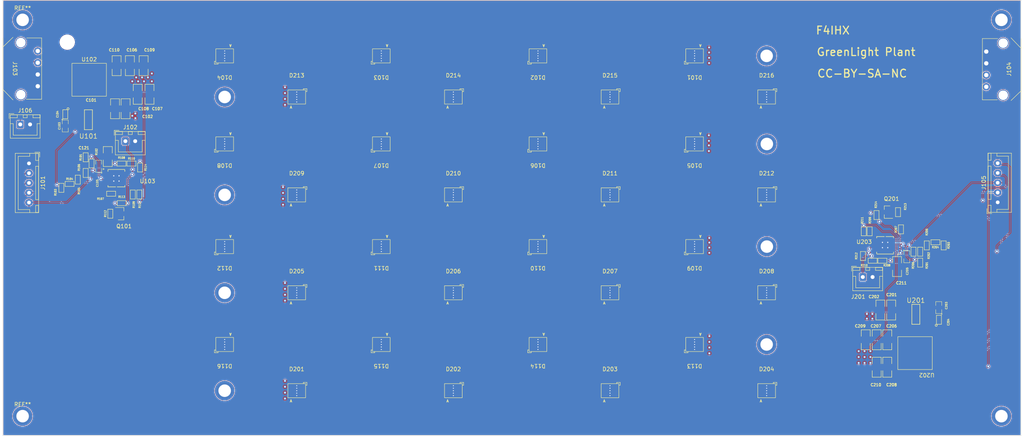
<source format=kicad_pcb>
(kicad_pcb (version 20221018) (generator pcbnew)
  (layers (0 "F.Cu" signal) (1 "In1.Cu" signal) (2 "In2.Cu" signal) (31 "B.Cu" signal) (34 "B.Paste" user) (35 "F.Paste" user) (36 "B.SilkS" user "B.Silkscreen") (37 "F.SilkS" user "F.Silkscreen") (38 "B.Mask" user) (39 "F.Mask" user) (44 "Edge.Cuts" user))
  (net 0 "")
  (net 1 "/VRed")
  (net 2 "GND")
  (net 3 "+24V")
  (net 4 "Net-(C103-Pad1)")
  (net 5 "Net-(C104-Pad2)")
  (net 6 "/VREG_RED")
  (net 7 "Net-(R101-Pad1)")
  (net 8 "Net-(R101-Pad2)")
  (net 9 "/RED_FB")
  (net 10 "Net-(R104-Pad2)")
  (net 11 "Net-(R106-Pad1)")
  (net 12 "Net-(R107-Pad1)")
  (net 13 "Net-(R108-Pad1)")
  (net 14 "Net-(R109-Pad1)")
  (net 15 "/RED_PWM")
  (net 16 "Net-(Q101-Pad3)")
  (net 18 "/EN_RED")
  (net 19 "/BLUE_PWM")
  (net 20 "/EN_BLUE")
  (net 21 "Net-(J102-Pad1)")
  (net 22 "/R01")
  (net 23 "/R02")
  (net 24 "/R03")
  (net 25 "/R04")
  (net 26 "/R11")
  (net 27 "/R12")
  (net 28 "/R13")
  (net 29 "/R14")
  (net 30 "/R21")
  (net 31 "/R22")
  (net 32 "/R23")
  (net 33 "/R24")
  (net 34 "/R31")
  (net 35 "/R32")
  (net 36 "/R33")
  (net 37 "/R34")
  (net 38 "/RSW")
  (net 39 "Net-(C203-Pad1)")
  (net 40 "/Blue LEDS/RSW")
  (net 41 "Net-(C204-Pad2)")
  (net 42 "/Blue LEDS/VREG_RED")
  (net 43 "/Blue LEDS/VRed")
  (net 44 "/Blue LEDS/R01")
  (net 45 "/Blue LEDS/R02")
  (net 46 "/Blue LEDS/R03")
  (net 47 "/Blue LEDS/R04")
  (net 48 "/Blue LEDS/R11")
  (net 49 "/Blue LEDS/R12")
  (net 50 "/Blue LEDS/R13")
  (net 51 "/Blue LEDS/R14")
  (net 52 "/Blue LEDS/R21")
  (net 53 "/Blue LEDS/R22")
  (net 54 "/Blue LEDS/R23")
  (net 55 "/Blue LEDS/R24")
  (net 56 "/Blue LEDS/R31")
  (net 57 "/Blue LEDS/R32")
  (net 58 "/Blue LEDS/R33")
  (net 59 "/Blue LEDS/R34")
  (net 60 "Net-(J201-Pad1)")
  (net 61 "Net-(Q201-Pad3)")
  (net 62 "Net-(R201-Pad1)")
  (net 63 "Net-(R201-Pad2)")
  (net 64 "/Blue LEDS/RED_FB")
  (net 65 "Net-(R204-Pad2)")
  (net 66 "Net-(R206-Pad1)")
  (net 67 "Net-(R207-Pad1)")
  (net 68 "Net-(R208-Pad1)")
  (net 69 "Net-(R209-Pad1)")
  (footprint "Cree:XLamp_MLE" (layer "F.Cu") (at 277.2 168.2 180)
    (fp_text reference "D109")
    (fp_text value "LED_TPAD")
  )
  (footprint "Connectors_Molex:MICROFIT_4POS_FEM_43650-0403" (layer "F.Cu") (at 356 122.9 90)
    (fp_text reference "J104")
    (fp_text value "Conn_01x04")
  )
  (footprint "General_SMD:SM1206" (layer "F.Cu") (at 323.7 192 90)
    (fp_text reference "C207")
    (fp_text value "10uF" hide)
  )
  (footprint "General_SMD:SM0603" (layer "F.Cu") (at 340.8 167.9 -90)
    (fp_text reference "R203")
    (fp_text value "10k" hide)
  )
  (footprint "Bourns:IND_SRP8540A_8.1x8.4x3.8mm" (layer "F.Cu") (at 333.5 195.5 180)
    (fp_text reference "U202")
    (fp_text value "22uH")
  )
  (footprint "General_SMD:SM0603" (layer "F.Cu") (at 323.65 160.15 -90)
    (fp_text reference "R214")
    (fp_text value "10k" hide)
  )
  (footprint "General_SMD:SM0603" (layer "F.Cu") (at 338.7 167.1 180)
    (fp_text reference "R204")
    (fp_text value "5k" hide)
  )
  (footprint "Cree:XLamp_MLE" (layer "F.Cu") (at 157.2 119.5 180)
    (fp_text reference "D104")
    (fp_text value "LED_TPAD")
  )
  (footprint "General_SMD:SM0603" (layer "F.Cu") (at 329.15 159.4 -90)
    (fp_text reference "R213")
    (fp_text value "10k" hide)
  )
  (footprint "Cree:XLamp_MLE" (layer "F.Cu") (at 237.2 141.98 180)
    (fp_text reference "D106")
    (fp_text value "LED_TPAD")
  )
  (footprint "General_SMD:SM0603" (layer "F.Cu") (at 325.162 171.8)
    (fp_text reference "R208")
    (fp_text value "NC" hide)
  )
  (footprint "General_SMD:SM1206" (layer "F.Cu") (at 138 129.3 -90)
    (fp_text reference "C107")
    (fp_text value "10uF" hide)
  )
  (footprint "Cree:XLamp_MLE" (layer "F.Cu") (at 237.2 193.2 180)
    (fp_text reference "D114")
    (fp_text value "LED_TPAD")
  )
  (footprint "General_SMD:SM0603" (layer "F.Cu") (at 133.75 154.9 -90)
    (fp_text reference "R109")
    (fp_text value "TBD" hide)
  )
  (footprint "General_SMD:SM1206" (layer "F.Cu") (at 326.4 192 90)
    (fp_text reference "C206")
    (fp_text value "10uF" hide)
  )
  (footprint "Cree:XLamp_MLE" (layer "F.Cu") (at 197.2 141.98 180)
    (fp_text reference "D107")
    (fp_text value "LED_TPAD")
  )
  (footprint "Mounting_Holes:3.2mm_plated" (layer "F.Cu") (at 295.6 193.2)
    (fp_text reference "REF**" hide)
    (fp_text value "3.2mm_plated")
  )
  (footprint "Cree:XLamp_MLE" (layer "F.Cu") (at 295.6 180)
    (fp_text reference "D208")
    (fp_text value "LED_TPAD")
  )
  (footprint "General_SMD:SM0603" (layer "F.Cu") (at 115.5 153.2 -90)
    (fp_text reference "R103")
    (fp_text value "10k" hide)
  )
  (footprint "SOT:SOT-23" (layer "F.Cu") (at 130.7 159.8)
    (fp_text reference "Q101")
    (fp_text value "BSS138")
  )
  (footprint "QFN:ADP8140_LFCSP16_4x4_0.4mm" (layer "F.Cu") (at 129.55 150.8 -90)
    (fp_text reference "U103")
    (fp_text value "ADP8140ACPZ")
  )
  (footprint "Connector_JST:JST_XH_B2B-XH-A_1x02_P2.50mm_Vertical" (layer "F.Cu") (at 105 137)
    (fp_text reference "J106")
    (fp_text value "FAN Connector")
  )
  (footprint "General_SMD:SM0603" (layer "F.Cu") (at 130.9 157.1 180)
    (fp_text reference "R113")
    (fp_text value "10k" hide)
  )
  (footprint "Cree:XLamp_MLE" (layer "F.Cu") (at 255.6 205)
    (fp_text reference "D203")
    (fp_text value "LED_TPAD")
  )
  (footprint "Mounting_Holes:3.2mm_plated" (layer "F.Cu") (at 355.55 211.5)
    (fp_text reference "REF**" hide)
    (fp_text value "3.2mm_plated")
  )
  (footprint "General_SMD:SM1206" (layer "F.Cu") (at 328.9 173.3 -90)
    (fp_text reference "C211")
    (fp_text value "4.7uF" hide)
  )
  (footprint "Cree:XLamp_MLE" (layer "F.Cu") (at 175.6 180)
    (fp_text reference "D205")
    (fp_text value "NC")
  )
  (footprint "Cree:XLamp_MLE" (layer "F.Cu") (at 277.2 193.2 180)
    (fp_text reference "D113")
    (fp_text value "LED_TPAD")
  )
  (footprint "SOIC:SOIC-8_208mil" (layer "F.Cu") (at 333.695123 185.495122 90)
    (fp_text reference "U201")
    (fp_text value "L6982")
  )
  (footprint "General_SMD:SM1206" (layer "F.Cu") (at 327.4 184.4 90)
    (fp_text reference "C201")
    (fp_text value "4.7uF" hide)
  )
  (footprint "Cree:XLamp_MLE" (layer "F.Cu") (at 215.6 155)
    (fp_text reference "D210")
    (fp_text value "LED_TPAD")
  )
  (footprint "General_SMD:SM0603" (layer "F.Cu") (at 339.6 186.9 90)
    (fp_text reference "C204")
    (fp_text value "100nF" hide)
  )
  (footprint "Cree:XLamp_MLE" (layer "F.Cu") (at 197.2 168.2 180)
    (fp_text reference "D111")
    (fp_text value "LED_TPAD")
  )
  (footprint "General_SMD:SM1206" (layer "F.Cu") (at 324.65 184.4 90)
    (fp_text reference "C202")
    (fp_text value "4.7uF" hide)
  )
  (footprint "Cree:XLamp_MLE" (layer "F.Cu") (at 295.6 155)
    (fp_text reference "D212")
    (fp_text value "LED_TPAD")
  )
  (footprint "Cree:XLamp_MLE" (layer "F.Cu") (at 157.2 168.2 180)
    (fp_text reference "D112")
    (fp_text value "LED_TPAD")
  )
  (footprint "General_SMD:SM1206" (layer "F.Cu") (at 127.35 145.2 90)
    (fp_text reference "C121")
    (fp_text value "4.7uF" hide)
  )
  (footprint "General_SMD:SM0603" (layer "F.Cu") (at 334.8 169.5 90)
    (fp_text reference "R202")
    (fp_text value "10k" hide)
  )
  (footprint "Cree:XLamp_MLE" (layer "F.Cu") (at 215.6 180)
    (fp_text reference "D206")
    (fp_text value "LED_TPAD")
  )
  (footprint "General_SMD:SM0603" (layer "F.Cu") (at 333.1 169.5 -90)
    (fp_text reference "R206")
    (fp_text value "52.3k" hide)
  )
  (footprint "General_SMD:SM0603" (layer "F.Cu") (at 121.7 149.4 90)
    (fp_text reference "R106")
    (fp_text value "52.3k" hide)
  )
  (footprint "Mounting_Holes:3.2mm_plated" (layer "F.Cu") (at 295.6 119.5)
    (fp_text reference "REF**" hide)
    (fp_text value "3.2mm_plated")
  )
  (footprint "Cree:XLamp_MLE" (layer "F.Cu") (at 175.6 205)
    (fp_text reference "D201")
    (fp_text value "NC")
  )
  (footprint "General_SMD:SM1206" (layer "F.Cu") (at 129.6 122 90)
    (fp_text reference "C110")
    (fp_text value "10uF" hide)
  )
  (footprint "General_SMD:SM0603" (layer "F.Cu") (at 119.7 151.1 -90)
    (fp_text reference "R105")
    (fp_text value "15k" hide)
  )
  (footprint "Cree:XLamp_MLE" (layer "F.Cu") (at 237.2 119.5 180)
    (fp_text reference "D102")
    (fp_text value "LED_TPAD")
  )
  (footprint "General_SMD:SM0805" (layer "F.Cu") (at 116.5 137.4 -90)
    (fp_text reference "C103")
    (fp_text value "1uF" hide)
  )
  (footprint "Connectors_Molex:MICROFIT_4POS_FEM_43650-0403" (layer "F.Cu") (at 105.150001 122.75 -90)
    (fp_text reference "J103")
    (fp_text value "Conn_01x04")
  )
  (footprint "SOT:SOT-23" (layer "F.Cu") (at 326.4 159.4 180)
    (fp_text reference "Q201")
    (fp_text value "BSS138")
  )
  (footprint "Cree:XLamp_MLE" (layer "F.Cu") (at 197.2 119.5 180)
    (fp_text reference "D103")
    (fp_text value "LED_TPAD")
  )
  (footprint "General_SMD:SM0603" (layer "F.Cu") (at 128.2 154.7)
    (fp_text reference "R107")
    (fp_text value "7.32k" hide)
  )
  (footprint "Mounting_Holes:3.2mm_plated" (layer "F.Cu") (at 157.2 205)
    (fp_text reference "REF**" hide)
    (fp_text value "3.2mm_plated")
  )
  (footprint "Cree:XLamp_MLE" (layer "F.Cu") (at 175.6 155)
    (fp_text reference "D209")
    (fp_text value "NC")
  )
  (footprint "QFN:ADP8140_LFCSP16_4x4_0.4mm" (layer "F.Cu") (at 325.85 167.8 90)
    (fp_text reference "U203")
    (fp_text value "ADP8140ACPZ")
  )
  (footprint "General_SMD:SM0603" (layer "F.Cu") (at 116.5 134.4 -90)
    (fp_text reference "C104")
    (fp_text value "100nF" hide)
  )
  (footprint "Cree:XLamp_MLE" (layer "F.Cu") (at 255.6 180)
    (fp_text reference "D207")
    (fp_text value "LED_TPAD")
  )
  (footprint "Cree:XLamp_MLE" (layer "F.Cu") (at 197.2 193.2 180)
    (fp_text reference "D115")
    (fp_text value "LED_TPAD")
  )
  (footprint "Cree:XLamp_MLE" (layer "F.Cu") (at 295.6 205)
    (fp_text reference "D204")
    (fp_text value "LED_TPAD")
  )
  (footprint "General_SMD:SM0603" (layer "F.Cu") (at 135.6 148 90)
    (fp_text reference "R114")
    (fp_text value "NC" hide)
  )
  (footprint "General_SMD:SM1206" (layer "F.Cu") (at 133 122 90)
    (fp_text reference "C106")
    (fp_text value "10uF" hide)
  )
  (footprint "Cree:XLamp_MLE" (layer "F.Cu") (at 157.2 141.98 180)
    (fp_text reference "D108")
    (fp_text value "LED_TPAD")
  )
  (footprint "General_SMD:SM0603" (layer "F.Cu") (at 121.7 145.4 90)
    (fp_text reference "R101")
    (fp_text value "0" hide)
  )
  (footprint "Connector_JST:JST_XH_B5B-XH-A_1x05_P2.50mm_Vertical" (layer "F.Cu") (at 107.225 146.95 -90)
    (fp_text reference "J101")
    (fp_text value "Conn_01x05")
  )
  (footprint "General_SMD:SM0603" (layer "F.Cu") (at 135.4 154.9 90)
    (fp_text reference "R111")
    (fp_text value "TBD" hide)
  )
  (footprint "Cree:XLamp_MLE" (layer "F.Cu") (at 157.2 193.2 180)
    (fp_text reference "D116")
    (fp_text value "LED_TPAD")
  )
  (footprint "Cree:XLamp_MLE" (layer "F.Cu") (at 175.6 130)
    (fp_text reference "D213")
    (fp_text value "NC")
  )
  (footprint "Mounting_Holes:3.45MM_NOTPLATED" (layer "F.Cu") (at 117 116)
    (fp_text reference "REF**" hide)
    (fp_text value "3.45MM_NOTPLATED")
  )
  (footprint "General_SMD:SM0603" (layer "F.Cu") (at 321.9 164.3 90)
    (fp_text reference "R209")
    (fp_text value "TBD" hide)
  )
  (footprint "General_SMD:SM1206" (layer "F.Cu") (at 136.5 122 90)
    (fp_text reference "C109")
    (fp_text value "10uF" hide)
  )
  (footprint "Mounting_Holes:3.2mm_plated" (layer "F.Cu") (at 105.6 110.3)
    (fp_text reference "REF**")
    (fp_text value "3.2mm_plated")
  )
  (footprint "General_SMD:SM1206" (layer "F.Cu") (at 129.199999 133 90)
    (fp_text reference "C101")
    (fp_text value "4.7uF" hide)
  )
  (footprint "General_SMD:SM0603" (layer "F.Cu") (at 130.85 147 180)
    (fp_text reference "R108")
    (fp_text value "NC" hide)
  )
  (footprint "General_SMD:SM0805" (layer "F.Cu") (at 125 147.7 90)
    (fp_text reference "C105")
    (fp_text value "1uF" hide)
  )
  (footprint "General_SMD:SM1206" (layer "F.Cu") (at 135 129.3 -90)
    (fp_text reference "C108")
    (fp_text value "10uF" hide)
  )
  (footprint "Cree:XLamp_MLE" (layer "F.Cu") (at 255.6 155)
    (fp_text reference "D211")
    (fp_text value "LED_TPAD")
  )
  (footprint "General_SMD:SM0603" (layer "F.Cu") (at 336.5 167.9 90)
    (fp_text reference "R205")
    (fp_text value "15k" hide)
  )
  (footprint "General_SMD:SM0603" (layer "F.Cu") (at 117.6 152.2)
    (fp_text reference "R104")
    (fp_text value "5k" hide)
  )
  (footprint "General_SMD:SM0805" (layer "F.Cu") (at 339.5365 183.773 90)
    (fp_text reference "C203")
    (fp_text value "1uF" hide)
  )
  (footprint "Mounting_Holes:3.2mm_plated" (layer "F.Cu") (at 355.55 110.3)
    (fp_text reference "REF**" hide)
    (fp_text value "3.2mm_plated")
  )
  (footprint "General_SMD:SM0603" (layer "F.Cu") (at 320.4 164.3 -90)
    (fp_text reference "R211")
    (fp_text value "TBD" hide)
  )
  (footprint "General_SMD:SM0603" (layer "F.Cu") (at 320.2 170.6 -90)
    (fp_text reference "R212")
    (fp_text value "NC" hide)
  )
  (footprint "General_SMD:SM0603" (layer "F.Cu") (at 133.4 147)
    (fp_text reference "R110")
    (fp_text value "0" hide)
  )
  (footprint "General_SMD:SM1206" (layer "F.Cu") (at 323.7 199 -90)
    (fp_text reference "C210")
    (fp_text value "10uF" hide)
  )
  (footprint "Cree:XLamp_MLE" (layer "F.Cu") (at 237.2 168.2 180)
    (fp_text reference "D110")
    (fp_text value "LED_TPAD")
  )
  (footprint "Connector_JST:JST_XH_B2B-XH-A_1x02_P2.50mm_Vertical" (layer "F.Cu") (at 320.15 175.975)
    (fp_text reference "J201")
    (fp_text value "NTC")
  )
  (footprint "Bourns:IND_SRP8540A_8.1x8.4x3.8mm" (layer "F.Cu") (at 122.6 125.5)
    (fp_text reference "U102")
    (fp_text value "22uH")
  )
  (footprint "Mounting_Holes:3.2mm_plated" (layer "F.Cu") (at 157.2 130)
    (fp_text reference "REF**" hide)
    (fp_text value "3.2mm_plated")
  )
  (footprint "Cree:XLamp_MLE" (layer "F.Cu") (at 277.2 119.5 180)
    (fp_text reference "D101")
    (fp_text value "LED_TPAD")
  )
  (footprint "Cree:XLamp_MLE" (layer "F.Cu") (at 295.6 130)
    (fp_text reference "D216")
    (fp_text value "LED_TPAD")
  )
  (footprint "General_SMD:SM0603" (layer "F.Cu") (at 329.9 163.8 90)
    (fp_text reference "R207")
    (fp_text value "7.32k" hide)
  )
  (footprint "General_SMD:SM0603" (layer "F.Cu") (at 123.2 146.962 -90)
    (fp_text reference "R102")
    (fp_text value "10k" hide)
  )
  (footprint "Cree:XLamp_MLE" (layer "F.Cu") (at 215.6 130)
    (fp_text reference "D214")
    (fp_text value "LED_TPAD")
  )
  (footprint "Cree:XLamp_MLE" (layer "F.Cu") (at 255.6 130)
    (fp_text reference "D215")
    (fp_text value "LED_TPAD")
  )
  (footprint "SOIC:SOIC-8_208mil" (layer "F.Cu") (at 122.404875 135.804879 -90)
    (fp_text reference "U101")
    (fp_text value "L6982")
  )
  (footprint "Mounting_Holes:3.2mm_plated" (layer "F.Cu") (at 157.2 155)
    (fp_text reference "REF**" hide)
    (fp_text value "3.2mm_plated")
  )
  (footprint "Mounting_Holes:3.2mm_plated" (layer "F.Cu") (at 105.6 211.5)
    (fp_text reference "REF**")
    (fp_text value "3.2mm_plated")
  )
  (footprint "Mounting_Holes:3.2mm_plated" (layer "F.Cu") (at 295.65 168.2)
    (fp_text reference "REF**" hide)
    (fp_text value "3.2mm_plated")
  )
  (footprint "Cree:XLamp_MLE" (layer "F.Cu") (at 215.6 205)
    (fp_text reference "D202")
    (fp_text value "LED_TPAD")
  )
  (footprint "Cree:XLamp_MLE" (layer "F.Cu") (at 277.2 141.98 180)
    (fp_text reference "D105")
    (fp_text value "LED_TPAD")
  )
  (footprint "Connector_JST:JST_XH_B5B-XH-A_1x05_P2.50mm_Vertical" (layer "F.Cu") (at 354.6 156.9 90)
    (fp_text reference "J105")
    (fp_text value "Conn_01x05")
  )
  (footprint "Mounting_Holes:3.2mm_plated" (layer "F.Cu") (at 157.2 180)
    (fp_text reference "REF**" hide)
    (fp_text value "3.2mm_plated")
  )
  (footprint "Connector_JST:JST_XH_B2B-XH-A_1x02_P2.50mm_Vertical" (layer "F.Cu") (at 131.85 141.275)
    (fp_text reference "J102")
    (fp_text value "NTC")
  )
  (footprint "General_SMD:SM0805" (layer "F.Cu") (at 331.4 170.8 -90)
    (fp_text reference "C205")
    (fp_text value "1uF" hide)
  )
  (footprint "General_SMD:SM0603" (layer "F.Cu") (at 334.8 172.3 -90)
    (fp_text reference "R201")
    (fp_text value "0" hide)
  )
  (footprint "General_SMD:SM1206" (layer "F.Cu") (at 131.9 133 90)
    (fp_text reference "C102")
    (fp_text value "4.7uF" hide)
  )
  (footprint "General_SMD:SM0603" (layer "F.Cu") (at 128 159.8 90)
    (fp_text reference "R112")
    (fp_text value "10k" hide)
  )
  (footprint "General_SMD:SM0603" (layer "F.Cu") (at 322.662 171.8 180)
    (fp_text reference "R210")
    (fp_text value "0" hide)
  )
  (footprint "Mounting_Holes:3.2mm_plated" (layer "F.Cu") (at 295.65 142)
    (fp_text reference "REF**" hide)
    (fp_text value "3.2mm_plated")
  )
  (footprint "General_SMD:SM1206" (layer "F.Cu") (at 326.4 199 -90)
    (fp_text reference "C208")
    (fp_text value "10uF" hide)
  )
  (footprint "General_SMD:SM1206" (layer "F.Cu") (at 320.9 192 90)
    (fp_text reference "C209")
    (fp_text value "10uF" hide)
  )
  (gr_rect (start 100.55 105.28) (end 360.57 216.47) (stroke (width 0.1)) (fill none) (layer "Edge.Cuts"))
  (gr_text "F4IHX" (at 312.5 113) (layer "F.SilkS") (effects (font (size 2 2) (thickness 0.3))))
  (gr_text "CC-BY-SA-NC" (at 320 124) (layer "F.SilkS") (effects (font (size 2 2) (thickness 0.3))))
  (gr_text "GreenLight Plant" (at 321 118.5) (layer "F.SilkS") (effects (font (size 2 2) (thickness 0.3))))
  (segment (start 135.4 156.8) (end 135.4 155.662) (width 0.25) (layer "F.Cu") (net 1))
  (via (at 136.1 125) (size 0.8) (drill 0.4) (layers "F.Cu" "B.Cu") (net 1))
  (via (at 133.6 126) (size 0.8) (drill 0.4) (layers "F.Cu" "B.Cu") (net 1))
  (via (at 280.96 169.8) (size 0.8) (drill 0.4) (layers "F.Cu" "B.Cu") (net 1))
  (via (at 280.84 139.78) (size 0.8) (drill 0.4) (layers "F.Cu" "B.Cu") (net 1))
  (via (at 138.6 126) (size 0.8) (drill 0.4) (layers "F.Cu" "B.Cu") (net 1))
  (via (at 280.9 118.63) (size 0.8) (drill 0.4) (layers "F.Cu" "B.Cu") (net 1))
  (via (at 280.97 195.45) (size 0.8) (drill 0.4) (layers "F.Cu" "B.Cu") (net 1))
  (via (at 280.97 193.97) (size 0.8) (drill 0.4) (layers "F.Cu" "B.Cu") (net 1))
  (via (at 280.96 168.45) (size 0.8) (drill 0.4) (layers "F.Cu" "B.Cu") (net 1))
  (via (at 137.6 125) (size 0.8) (drill 0.4) (layers "F.Cu" "B.Cu") (net 1))
  (via (at 138.6 124) (size 0.8) (drill 0.4) (layers "F.Cu" "B.Cu") (net 1))
  (via (at 134.6 125) (size 0.8) (drill 0.4) (layers "F.Cu" "B.Cu") (net 1))
  (via (at 280.85 143.8) (size 0.8) (drill 0.4) (layers "F.Cu" "B.Cu") (net 1))
  (via (at 280.85 141.2) (size 0.8) (drill 0.4) (layers "F.Cu" "B.Cu") (net 1))
  (via (at 280.98 191.06) (size 0.8) (drill 0.4) (layers "F.Cu" "B.Cu") (net 1))
  (via (at 280.97 192.54) (size 0.8) (drill 0.4) (layers "F.Cu" "B.Cu") (net 1))
  (via (at 280.9 117.34) (size 0.8) (drill 0.4) (layers "F.Cu" "B.Cu") (net 1))
  (via (at 136.6 126) (size 0.8) (drill 0.4) (layers "F.Cu" "B.Cu") (net 1))
  (via (at 280.9 119.99) (size 0.8) (drill 0.4) (layers "F.Cu" "B.Cu") (net 1))
  (via (at 280.85 142.35) (size 0.8) (drill 0.4) (layers "F.Cu" "B.Cu") (net 1))
  (via (at 135.4 156.8) (size 0.8) (drill 0.4) (layers "F.Cu" "B.Cu") (net 1))
  (via (at 280.95 166) (size 0.8) (drill 0.4) (layers "F.Cu" "B.Cu") (net 1))
  (via (at 280.96 167.17) (size 0.8) (drill 0.4) (layers "F.Cu" "B.Cu") (net 1))
  (via (at 135.1 126) (size 0.8) (drill 0.4) (layers "F.Cu" "B.Cu") (net 1))
  (via (at 280.9 121.33) (size 0.8) (drill 0.4) (layers "F.Cu" "B.Cu") (net 1))
  (segment (start 136.6 126) (end 136.6 155.6) (width 0.25) (layer "B.Cu") (net 1))
  (segment (start 136.6 155.6) (end 135.4 156.8) (width 0.25) (layer "B.Cu") (net 1))
  (segment (start 322.4 170.6) (end 322.238 170.762) (width 0.25) (layer "F.Cu") (net 3))
  (segment (start 126.832843 149.167157) (end 126.832843 148.567157) (width 0.25) (layer "F.Cu") (net 3))
  (segment (start 127.2 148.2) (end 127.2 147.001) (width 0.25) (layer "F.Cu") (net 3))
  (segment (start 105 137) (end 105 135.2) (width 0.25) (layer "F.Cu") (net 3))
  (segment (start 105 135.2) (end 102.4 132.6) (width 0.25) (layer "F.Cu") (net 3))
  (segment (start 129.051 146.851) (end 129.2 147) (width 0.25) (layer "F.Cu") (net 3))
  (segment (start 127.2 147.001) (end 127.35 146.851) (width 0.25) (layer "F.Cu") (net 3))
  (segment (start 102.4 123.4) (end 104.8 121) (width 0.25) (layer "F.Cu") (net 3))
  (segment (start 328.8 171.549) (end 328.9 171.649) (width 0.25) (layer "F.Cu") (net 3))
  (segment (start 127.5 149.4) (end 127.065686 149.4) (width 0.25) (layer "F.Cu") (net 3))
  (segment (start 126.832843 148.567157) (end 127.2 148.2) (width 0.25) (layer "F.Cu") (net 3))
  (segment (start 328.6 169.2) (end 328.8 169.4) (width 0.25) (layer "F.Cu") (net 3))
  (segment (start 328.749 171.8) (end 328.9 171.649) (width 0.25) (layer "F.Cu") (net 3))
  (segment (start 327.2 171.8) (end 328.749 171.8) (width 0.25) (layer "F.Cu") (net 3))
  (segment (start 135.6 147.238) (end 135.6 146.4) (width 0.25) (layer "F.Cu") (net 3))
  (segment (start 320.438 171.362) (end 321.2 170.6) (width 0.25) (layer "F.Cu") (net 3))
  (segment (start 328.8 169.4) (end 328.8 171.549) (width 0.25) (layer "F.Cu") (net 3))
  (segment (start 325.924 171.8) (end 327.2 171.8) (width 0.25) (layer "F.Cu") (net 3))
  (segment (start 102.4 132.6) (end 102.4 123.4) (width 0.25) (layer "F.Cu") (net 3))
  (segment (start 320.2 171.362) (end 320.438 171.362) (width 0.25) (layer "F.Cu") (net 3))
  (segment (start 321.2 170.6) (end 322.4 170.6) (width 0.25) (layer "F.Cu") (net 3))
  (segment (start 130.088 147) (end 129.2 147) (width 0.25) (layer "F.Cu") (net 3))
  (segment (start 104.8 121) (end 109.220001 121) (width 0.25) (layer "F.Cu") (net 3))
  (segment (start 127.065686 149.4) (end 126.832843 149.167157) (width 0.25) (layer "F.Cu") (net 3))
  (segment (start 109.220001 121) (end 109.470001 121.25) (width 0.25) (layer "F.Cu") (net 3))
  (segment (start 127.35 146.851) (end 129.051 146.851) (width 0.25) (layer "F.Cu") (net 3))
  (segment (start 327.9 169.2) (end 328.6 169.2) (width 0.25) (layer "F.Cu") (net 3))
  (via (at 327.2 171.8) (size 0.8) (drill 0.4) (layers "F.Cu" "B.Cu") (net 3))
  (via (at 321.2 185.4) (size 0.8) (drill 0.4) (layers "F.Cu" "B.Cu") (net 3))
  (via (at 129.2 147) (size 0.8) (drill 0.4) (layers "F.Cu" "B.Cu") (net 3))
  (via (at 134.4 135.4) (size 0.8) (drill 0.4) (layers "F.Cu" "B.Cu") (net 3))
  (via (at 322.6 186.6) (size 0.8) (drill 0.4) (layers "F.Cu" "B.Cu") (net 3))
  (via (at 133.6 134.8) (size 0.8) (drill 0.4) (layers "F.Cu" "B.Cu") (net 3))
  (via (at 322.6 185.4) (size 0.8) (drill 0.4) (layers "F.Cu" "B.Cu") (net 3))
  (via (at 322.4 170.6) (size 0.8) (drill 0.4) (layers "F.Cu" "B.Cu") (net 3))
  (via (at 134.4 134.2) (size 0.8) (drill 0.4) (layers "F.Cu" "B.Cu") (net 3))
  (via (at 321.2 186.6) (size 0.8) (drill 0.4) (layers "F.Cu" "B.Cu") (net 3))
  (via (at 135.6 146.4) (size 0.8) (drill 0.4) (layers "F.Cu" "B.Cu") (net 3))
  (segment (start 116.5 136.4475) (end 119.022254 136.4475) (width 0.25) (layer "F.Cu") (net 4))
  (segment (start 119.022254 136.4475) (end 119.029875 136.439879) (width 0.25) (layer "F.Cu") (net 4))
  (segment (start 116.507879 135.169879) (end 116.5 135.162) (width 0.25) (layer "F.Cu") (net 5))
  (segment (start 119.029875 135.169879) (end 116.507879 135.169879) (width 0.25) (layer "F.Cu") (net 5))
  (segment (start 123.2 148.3) (end 123.6 148.7) (width 0.25) (layer "F.Cu") (net 6))
  (segment (start 126.9 149.8) (end 127.5 149.8) (width 0.25) (layer "F.Cu") (net 6))
  (segment (start 122.9 149.4) (end 123.6 148.7) (width 0.25) (layer "F.Cu") (net 6))
  (segment (start 119.7 150.338) (end 119.7 150.1) (width 0.25) (layer "F.Cu") (net 6))
  (segment (start 120.4 149.4) (end 122.9 149.4) (width 0.25) (layer "F.Cu") (net 6))
  (segment (start 119.7 150.1) (end 120.4 149.4) (width 0.25) (layer "F.Cu") (net 6))
  (segment (start 125.7525 148.6525) (end 126.9 149.8) (width 0.25) (layer "F.Cu") (net 6))
  (segment (start 129.2 157.1) (end 130.138 157.1) (width 0.25) (layer "F.Cu") (net 6))
  (segment (start 124.9525 148.7) (end 125 148.6525) (width 0.25) (layer "F.Cu") (net 6))
  (segment (start 123.2 147.724) (end 123.2 148.3) (width 0.25) (layer "F.Cu") (net 6))
  (segment (start 125 148.6525) (end 125.7525 148.6525) (width 0.25) (layer "F.Cu") (net 6))
  (segment (start 123.6 148.7) (end 124.9525 148.7) (width 0.25) (layer "F.Cu") (net 6))
  (via (at 129.2 157.1) (size 0.8) (drill 0.4) (layers "F.Cu" "B.Cu") (net 6))
  (via (at 123.6 148.7) (size 0.8) (drill 0.4) (layers "F.Cu" "B.Cu") (net 6))
  (segment (start 125.8 151) (end 125.6 150.8) (width 0.25) (layer "F.Cu") (net 7))
  (segment (start 123.162 146.162) (end 123.2 146.2) (width 0.25) (layer "F.Cu") (net 7))
  (segment (start 123.2 145.2) (end 123.2 146.2) (width 0.25) (layer "F.Cu") (net 7))
  (segment (start 121.7 146.162) (end 123.162 146.162) (width 0.25) (layer "F.Cu") (net 7))
  (segment (start 127.5 151) (end 125.8 151) (width 0.25) (layer "F.Cu") (net 7))
  (via (at 125.6 150.8) (size 0.8) (drill 0.4) (layers "F.Cu" "B.Cu") (net 7))
  (via (at 123.2 145.2) (size 0.8) (drill 0.4) (layers "F.Cu" "B.Cu") (net 7))
  (segment (start 123.9 145.2) (end 123.2 145.2) (width 0.25) (layer "B.Cu") (net 7))
  (segment (start 125.1 146.4) (end 123.9 145.2) (width 0.25) (layer "B.Cu") (net 7))
  (segment (start 125.1 147.9) (end 125.1 146.4) (width 0.25) (layer "B.Cu") (net 7))
  (segment (start 125.6 150.8) (end 125.1 150.3) (width 0.25) (layer "B.Cu") (net 7))
  (segment (start 125.1 149.9) (end 125.1 147.9) (width 0.25) (layer "B.Cu") (net 7))
  (segment (start 125.1 150.3) (end 125.1 149.9) (width 0.25) (layer "B.Cu") (net 7))
  (segment (start 121.7 142.8) (end 122.9 141.6) (width 0.25) (layer "F.Cu") (net 8))
  (segment (start 127.5 137.7) (end 125.789754 137.7) (width 0.25) (layer "F.Cu") (net 8))
  (segment (start 126.6 141.6) (end 128.2 140) (width 0.25) (layer "F.Cu") (net 8))
  (segment (start 121.7 144.638) (end 121.7 142.8) (width 0.25) (layer "F.Cu") (net 8))
  (segment (start 128.2 140) (end 128.2 138.4) (width 0.25) (layer "F.Cu") (net 8))
  (segment (start 128.2 138.4) (end 127.5 137.7) (width 0.25) (layer "F.Cu") (net 8))
  (segment (start 125.789754 137.7) (end 125.779875 137.709879) (width 0.25) (layer "F.Cu") (net 8))
  (segment (start 122.9 141.6) (end 126.6 141.6) (width 0.25) (layer "F.Cu") (net 8))
  (segment (start 119 138.9) (end 119 137.739754) (width 0.25) (layer "F.Cu") (net 9))
  (segment (start 115.5 152.438) (end 114.438 152.438) (width 0.25) (layer "F.Cu") (net 9))
  (segment (start 116.6 152.438) (end 116.838 152.2) (width 0.25) (layer "F.Cu") (net 9))
  (segment (start 115.5 152.438) (end 116.6 152.438) (width 0.25) (layer "F.Cu") (net 9))
  (segment (start 119 137.739754) (end 119.029875 137.709879) (width 0.25) (layer "F.Cu") (net 9))
  (segment (start 114.438 152.438) (end 114.4 152.4) (width 0.25) (layer "F.Cu") (net 9))
  (via (at 114.4 152.4) (size 0.8) (drill 0.4) (layers "F.Cu" "B.Cu") (net 9))
  (via (at 119 138.9) (size 0.8) (drill 0.4) (layers "F.Cu" "B.Cu") (net 9))
  (segment (start 114.2 143.7) (end 119 138.9) (width 0.25) (layer "B.Cu") (net 9))
  (segment (start 114.4 152.4) (end 114.2 152.2) (width 0.25) (layer "B.Cu") (net 9))
  (segment (start 114.2 152.2) (end 114.2 143.7) (width 0.25) (layer "B.Cu") (net 9))
  (segment (start 118.7 152.2) (end 119 151.9) (width 0.25) (layer "F.Cu") (net 10))
  (segment (start 119 151.9) (end 119.662 151.9) (width 0.25) (layer "F.Cu") (net 10))
  (segment (start 118.362 152.2) (end 118.7 152.2) (width 0.25) (layer "F.Cu") (net 10))
  (segment (start 119.662 151.9) (end 119.7 151.862) (width 0.25) (layer "F.Cu") (net 10))
  (segment (start 119.762 151.8) (end 119.7 151.862) (width 0.25) (layer "F.Cu") (net 10))
  (segment (start 127.5 151.8) (end 119.762 151.8) (width 0.25) (layer "F.Cu") (net 10))
  (segment (start 121.7 150.162) (end 122.838 150.162) (width 0.25) (layer "F.Cu") (net 11))
  (segment (start 122.838 150.162) (end 123.3495 149.6505) (width 0.25) (layer "F.Cu") (net 11))
  (segment (start 123.3495 149.6505) (end 126.0505 149.6505) (width 0.25) (layer "F.Cu") (net 11))
  (segment (start 126.6 150.2) (end 127.5 150.2) (width 0.25) (layer "F.Cu") (net 11))
  (segment (start 126.0505 149.6505) (end 126.6 150.2) (width 0.25) (layer "F.Cu") (net 11))
  (segment (start 127.5 152.2) (end 126.6 152.2) (width 0.25) (layer "F.Cu") (net 12))
  (segment (start 126.6 152.2) (end 126.2 152.6) (width 0.25) (layer "F.Cu") (net 12))
  (segment (start 126.5 154.6) (end 127.338 154.6) (width 0.25) (layer "F.Cu") (net 12))
  (segment (start 126.2 154.3) (end 126.5 154.6) (width 0.25) (layer "F.Cu") (net 12))
  (segment (start 126.2 152.6) (end 126.2 154.3) (width 0.25) (layer "F.Cu") (net 12))
  (segment (start 127.338 154.6) (end 127.438 154.7) (width 0.25) (layer "F.Cu") (net 12))
  (segment (start 131.6 149.4) (end 132.2 149.4) (width 0.25) (layer "F.Cu") (net 13))
  (segment (start 132.2 149.4) (end 132.6 149) (width 0.25) (layer "F.Cu") (net 13))
  (segment (start 132.6 149) (end 132.6 147.038) (width 0.25) (layer "F.Cu") (net 13))
  (segment (start 132.6 147.038) (end 132.638 147) (width 0.25) (layer "F.Cu") (net 13))
  (segment (start 131.612 147) (end 132.638 147) (width 0.25) (layer "F.Cu") (net 13))
  (segment (start 133.6 153.988) (end 133.75 154.138) (width 0.25) (layer "F.Cu") (net 14))
  (segment (start 133.6 153.3) (end 133.6 153.988) (width 0.25) (layer "F.Cu") (net 14))
  (segment (start 131.6 152.2) (end 132.5 152.2) (width 0.25) (layer "F.Cu") (net 14))
  (segment (start 135.4 154.138) (end 133.75 154.138) (width 0.25) (layer "F.Cu") (net 14))
  (segment (start 132.5 152.2) (end 133.6 153.3) (width 0.25) (layer "F.Cu") (net 14))
  (segment (start 107.15 154.45) (end 106 155.6) (width 0.25) (layer "F.Cu") (net 15))
  (segment (start 123.4 211.2) (end 124.4 212.2) (width 0.25) (layer "F.Cu") (net 15))
  (segment (start 115.2 156.7) (end 116.9 158.4) (width 0.25) (layer "F.Cu") (net 15))
  (segment (start 116.9 158.4) (end 118.9 158.4) (width 0.25) (layer "F.Cu") (net 15))
  (segment (start 105.6 193.4) (end 123.4 211.2) (width 0.25) (layer "F.Cu") (net 15))
  (segment (start 332.2 212.2) (end 341.2 203.2) (width 0.25) (layer "F.Cu") (net 15))
  (segment (start 110.55 154.45) (end 112.8 156.7) (width 0.25) (layer "F.Cu") (net 15))
  (segment (start 106 155.6) (end 105.6 156) (width 0.25) (layer "F.Cu") (net 15))
  (segment (start 127.838 159.2) (end 128 159.038) (width 0.25) (layer "F.Cu") (net 15))
  (segment (start 129.7 158.85) (end 128.188 158.85) (width 0.25) (layer "F.Cu") (net 15))
  (segment (start 341.2 203.2) (end 355.6 188.8) (width 0.25) (layer "F.Cu") (net 15))
  (segment (start 355.6 164.4) (end 350.8 159.6) (width 0.25) (layer "F.Cu") (net 15))
  (segment (start 350.8 159.6) (end 350.8 156.4) (width 0.25) (layer "F.Cu") (net 15))
  (segment (start 355.6 180.6) (end 355.6 168.4) (width 0.25) (layer "F.Cu") (net 15))
  (segment (start 107.225 154.45) (end 110.55 154.45) (width 0.25) (layer "F.Cu") (net 15))
  (segment (start 112.8 156.7) (end 115.2 156.7) (width 0.25) (layer "F.Cu") (net 15))
  (segment (start 105.6 156) (end 105.6 193.4) (width 0.25) (layer "F.Cu") (net 15))
  (segment (start 355.6 168.4) (end 355.6 164.4) (width 0.25) (layer "F.Cu") (net 15))
  (segment (start 119.7 159.2) (end 127.838 159.2) (width 0.25) (layer "F.Cu") (net 15))
  (segment (start 107.225 154.45) (end 107.15 154.45) (width 0.25) (layer "F.Cu") (net 15))
  (segment (start 118.9 158.4) (end 119.7 159.2) (width 0.25) (layer "F.Cu") (net 15))
  (segment (start 124.4 212.2) (end 332.2 212.2) (width 0.25) (layer "F.Cu") (net 15))
  (segment (start 128.188 158.85) (end 128 159.038) (width 0.25) (layer "F.Cu") (net 15))
  (segment (start 355.6 188.8) (end 355.6 180.6) (width 0.25) (layer "F.Cu") (net 15))
  (via (at 350.8 156.4) (size 0.8) (drill 0.4) (layers "F.Cu" "B.Cu") (net 15))
  (segment (start 356.8 150.6) (end 356.2 150) (width 0.25) (layer "B.Cu") (net 15))
  (segment (start 352 153.2) (end 356.4 153.2) (width 0.25) (layer "B.Cu") (net 15))
  (segment (start 356.8 152.8) (end 356.8 150.6) (width 0.25) (layer "B.Cu") (net 15))
  (segment (start 350.8 156.4) (end 350.8 154.4) (width 0.25) (layer "B.Cu") (net 15))
  (segment (start 356.4 153.2) (end 356.8 152.8) (width 0.25) (layer "B.Cu") (net 15))
  (segment (start 350.8 154.4) (end 352 153.2) (width 0.25) (layer "B.Cu") (net 15))
  (segment (start 355.2 150) (end 354.6 149.4) (width 0.25) (layer "B.Cu") (net 15))
  (segment (start 356.2 150) (end 355.2 150) (width 0.25) (layer "B.Cu") (net 15))
  (segment (start 133.2 150.2) (end 133.6 149.8) (width 0.25) (layer "F.Cu") (net 16))
  (segment (start 132.4 157.1) (end 131.662 157.1) (width 0.25) (layer "F.Cu") (net 16))
  (segment (start 131.6 150.2) (end 133.2 150.2) (width 0.25) (layer "F.Cu") (net 16))
  (segment (start 131.7 159.8) (end 131.7 157.138) (width 0.25) (layer "F.Cu") (net 16))
  (segment (start 131.7 157.138) (end 131.662 157.1) (width 0.25) (layer "F.Cu") (net 16))
  (via (at 132.4 157.1) (size 0.8) (drill 0.4) (layers "F.Cu" "B.Cu") (net 16))
  (via (at 133.6 149.8) (size 0.8) (drill 0.4) (layers "F.Cu" "B.Cu") (net 16))
  (segment (start 132.4 157.1) (end 132.4 151) (width 0.25) (layer "B.Cu") (net 16))
  (segment (start 132.4 151) (end 133.6 149.8) (width 0.25) (layer "B.Cu") (net 16))
  (segment (start 123.7 150.1) (end 122.85 150.95) (width 0.25) (layer "F.Cu") (net 18))
  (segment (start 354.4 187.8) (end 354.4 182) (width 0.25) (layer "F.Cu") (net 18))
  (segment (start 125.934314 150.1) (end 126.434315 150.6) (width 0.25) (layer "F.Cu") (net 18))
  (segment (start 354.4 182) (end 354.4 169.4) (width 0.25) (layer "F.Cu") (net 18))
  (segment (start 107.225 156.95) (end 107.225 193.425) (width 0.25) (layer "F.Cu") (net 18))
  (segment (start 335.2 207) (end 354.4 187.8) (width 0.25) (layer "F.Cu") (net 18))
  (segment (start 125.934314 150.1) (end 123.7 150.1) (width 0.25) (layer "F.Cu") (net 18))
  (segment (start 126.434315 150.6) (end 127.5 150.6) (width 0.25) (layer "F.Cu") (net 18))
  (segment (start 125.2 211.4) (end 140 211.4) (width 0.25) (layer "F.Cu") (net 18))
  (segment (start 107.225 193.425) (end 117 203.2) (width 0.25) (layer "F.Cu") (net 18))
  (segment (start 140 211.4) (end 173.6 211.4) (width 0.25) (layer "F.Cu") (net 18))
  (segment (start 117 203.2) (end 125.2 211.4) (width 0.25) (layer "F.Cu") (net 18))
  (segment (start 330.8 211.4) (end 335.2 207) (width 0.25) (layer "F.Cu") (net 18))
  (segment (start 173.6 211.4) (end 330.8 211.4) (width 0.25) (layer "F.Cu") (net 18))
  (via (at 122.85 150.95) (size 0.8) (drill 0.4) (layers "F.Cu" "B.Cu") (net 18))
  (via (at 354.4 169.4) (size 0.8) (drill 0.4) (layers "F.Cu" "B.Cu") (net 18))
  (segment (start 357.8 164.6) (end 357.8 148) (width 0.25) (layer "B.Cu") (net 18))
  (segment (start 354.4 168) (end 357.8 164.6) (width 0.25) (layer "B.Cu") (net 18))
  (segment (start 107.4 156.9) (end 116.9 156.9) (width 0.25) (layer "B.Cu") (net 18))
  (segment (start 354.9 147.2) (end 354.6 146.9) (width 0.25) (layer "B.Cu") (net 18))
  (segment (start 357 147.2) (end 354.9 147.2) (width 0.25) (layer "B.Cu") (net 18))
  (segment (start 116.9 156.9) (end 122.85 150.95) (width 0.25) (layer "B.Cu") (net 18))
  (segment (start 357.8 148) (end 357 147.2) (width 0.25) (layer "B.Cu") (net 18))
  (segment (start 354.4 169.4) (end 354.4 168) (width 0.25) (layer "B.Cu") (net 18))
  (segment (start 329.15 160.162) (end 344.038 160.162) (width 0.25) (layer "F.Cu") (net 19))
  (segment (start 349.8 154.4) (end 354.6 154.4) (width 0.25) (layer "F.Cu") (net 19))
  (segment (start 328.962 160.35) (end 329.15 160.162) (width 0.25) (layer "F.Cu") (net 19))
  (segment (start 106.35 149.45) (end 104.4 151.4) (width 0.25) (layer "F.Cu") (net 19))
  (segment (start 344.038 160.162) (end 349.8 154.4) (width 0.25) (layer "F.Cu") (net 19))
  (segment (start 107.225 149.45) (end 106.35 149.45) (width 0.25) (layer "F.Cu") (net 19))
  (segment (start 118.4 214.6) (end 336.4 214.6) (width 0.25) (layer "F.Cu") (net 19))
  (segment (start 336.4 214.6) (end 352.2 198.8) (width 0.25) (layer "F.Cu") (net 19))
  (segment (start 104.4 200.6) (end 118.4 214.6) (width 0.25) (layer "F.Cu") (net 19))
  (segment (start 104.4 151.4) (end 104.4 200.6) (width 0.25) (layer "F.Cu") (net 19))
  (segment (start 327.4 160.35) (end 328.962 160.35) (width 0.25) (layer "F.Cu") (net 19))
  (via (at 352.2 198.8) (size 0.8) (drill 0.4) (layers "F.Cu" "B.Cu") (net 19))
  (segment (start 352.4 154.4) (end 354.6 154.4) (width 0.25) (layer "B.Cu") (net 19))
  (segment (start 352.2 198.8) (end 352.2 154.6) (width 0.25) (layer "B.Cu") (net 19))
  (segment (start 352.2 154.6) (end 352.4 154.4) (width 0.25) (layer "B.Cu") (net 19))
  (segment (start 329.6 168) (end 329.8 168.2) (width 0.25) (layer "F.Cu") (net 20))
  (segment (start 327.9 168) (end 329.6 168) (width 0.25) (layer "F.Cu") (net 20))
  (segment (start 329.8 168.2) (end 330 168.4) (width 0.25) (layer "F.Cu") (net 20))
  (segment (start 105 195) (end 123.2 213.2) (width 0.25) (layer "F.Cu") (net 20))
  (segment (start 355.7 151.9) (end 354.6 151.9) (width 0.25) (layer "F.Cu") (net 20))
  (segment (start 357 153.2) (end 355.7 151.9) (width 0.25) (layer "F.Cu") (net 20))
  (segment (start 105 153.4) (end 105 195) (width 0.25) (layer "F.Cu") (net 20))
  (segment (start 357 189.4) (end 357 153.2) (width 0.25) (layer "F.Cu") (net 20))
  (segment (start 330 168.4) (end 331.4 168.4) (width 0.25) (layer "F.Cu") (net 20))
  (segment (start 107.225 151.95) (end 106.45 151.95) (width 0.25) (layer "F.Cu") (net 20))
  (segment (start 123.2 213.2) (end 333.2 213.2) (width 0.25) (layer "F.Cu") (net 20))
  (segment (start 106.45 151.95) (end 105 153.4) (width 0.25) (layer "F.Cu") (net 20))
  (segment (start 331.4 168.4) (end 332 167.8) (width 0.25) (layer "F.Cu") (net 20))
  (segment (start 333.2 213.2) (end 357 189.4) (width 0.25) (layer "F.Cu") (net 20))
  (via (at 332 167.8) (size 0.8) (drill 0.4) (layers "F.Cu" "B.Cu") (net 20))
  (segment (start 347.9 151.9) (end 354.6 151.9) (width 0.25) (layer "B.Cu") (net 20))
  (segment (start 332 167.8) (end 347.9 151.9) (width 0.25) (layer "B.Cu") (net 20))
  (segment (start 134.6 148.75) (end 135.588 148.75) (width 0.25) (layer "F.Cu") (net 21))
  (segment (start 132.5 149.8) (end 133.2 149.1) (width 0.25) (layer "F.Cu") (net 21))
  (segment (start 135.588 148.75) (end 135.6 148.762) (width 0.25) (layer "F.Cu") (net 21))
  (segment (start 133.2 149.1) (end 133.7 149.1) (width 0.25) (layer "F.Cu") (net 21))
  (segment (start 133.7 149.1) (end 133.7 148.5) (width 0.25) (layer "F.Cu") (net 21))
  (segment (start 133.7 149.1) (end 134.25 149.1) (width 0.25) (layer "F.Cu") (net 21))
  (segment (start 134.25 149.1) (end 134.6 148.75) (width 0.25) (layer "F.Cu") (net 21))
  (segment (start 131.6 149.8) (end 132.5 149.8) (width 0.25) (layer "F.Cu") (net 21))
  (via (at 133.7 148.5) (size 0.8) (drill 0.4) (layers "F.Cu" "B.Cu") (net 21))
  (segment (start 132.4 141.825) (end 131.85 141.275) (width 0.25) (layer "B.Cu") (net 21))
  (segment (start 133.7 148.5) (end 133.7 145.1) (width 0.25) (layer "B.Cu") (net 21))
  (segment (start 132.4 143.8) (end 132.4 141.825) (width 0.25) (layer "B.Cu") (net 21))
  (segment (start 133.7 145.1) (end 132.4 143.8) (width 0.25) (layer "B.Cu") (net 21))
  (segment (start 134.3 150.3) (end 136.4 150.3) (width 0.5) (layer "F.Cu") (net 25))
  (segment (start 146.9 125.5) (end 148.7 123.7) (width 0.25) (layer "F.Cu") (net 25))
  (segment (start 138.8 142) (end 140 140.8) (width 0.25) (layer "F.Cu") (net 25))
  (segment (start 134.3 150.3) (end 134 150.6) (width 0.25) (layer "F.Cu") (net 25))
  (segment (start 144.4 127.9) (end 146.8 125.5) (width 0.25) (layer "F.Cu") (net 25))
  (segment (start 144.4 137.4) (end 144.4 127.9) (width 0.25) (layer "F.Cu") (net 25))
  (segment (start 134 150.6) (end 131.6 150.6) (width 0.25) (layer "F.Cu") (net 25))
  (segment (start 140 140.8) (end 141 140.8) (width 0.25) (layer "F.Cu") (net 25))
  (segment (start 146.8 125.5) (end 146.9 125.5) (width 0.25) (layer "F.Cu") (net 25))
  (segment (start 138.8 147.9) (end 138.8 142) (width 0.5) (layer "F.Cu") (net 25))
  (segment (start 141 140.8) (end 144.4 137.4) (width 0.25) (layer "F.Cu") (net 25))
  (segment (start 155.23 120) (end 155.75 119.48) (width 0.25) (layer "F.Cu") (net 25))
  (segment (start 136.4 150.3) (end 138.8 147.9) (width 0.5) (layer "F.Cu") (net 25))
  (segment (start 142.4 145.7) (end 146.7 145.7) (width 0.25) (layer "F.Cu") (net 29))
  (segment (start 137.1 151) (end 142.4 145.7) (width 0.25) (layer "F.Cu") (net 29))
  (segment (start 131.6 151) (end 137.1 151) (width 0.25) (layer "F.Cu") (net 29))
  (segment (start 138.4 151.4) (end 139.1 152.1) (width 0.25) (layer "F.Cu") (net 33))
  (segment (start 145 161.9) (end 151.3 168.2) (width 0.25) (layer "F.Cu") (net 33))
  (segment (start 143.2 152.1) (end 145 153.9) (width 0.25) (layer "F.Cu") (net 33))
  (segment (start 145 153.9) (end 145 161.9) (width 0.25) (layer "F.Cu") (net 33))
  (segment (start 139.1 152.1) (end 143.2 152.1) (width 0.25) (layer "F.Cu") (net 33))
  (segment (start 131.6 151.4) (end 138.4 151.4) (width 0.25) (layer "F.Cu") (net 33))
  (segment (start 135.7 151.8) (end 138 154.1) (width 0.25) (layer "F.Cu") (net 37))
  (segment (start 131.6 151.8) (end 135.7 151.8) (width 0.25) (layer "F.Cu") (net 37))
  (segment (start 138 180.9) (end 150.3 193.2) (width 0.25) (layer "F.Cu") (net 37))
  (segment (start 138 154.1) (end 138 180.9) (width 0.25) (layer "F.Cu") (net 37))
  (segment (start 339.401878 184.860122) (end 339.5365 184.7255) (width 0.25) (layer "F.Cu") (net 39))
  (segment (start 337.070123 184.860122) (end 339.401878 184.860122) (width 0.25) (layer "F.Cu") (net 39))
  (segment (start 337.070123 186.130122) (end 339.592122 186.130122) (width 0.25) (layer "F.Cu") (net 41))
  (segment (start 339.592122 186.130122) (end 339.6 186.138) (width 0.25) (layer "F.Cu") (net 41))
  (segment (start 334.712 168.738) (end 333.9 169.55) (width 0.25) (layer "F.Cu") (net 42))
  (segment (start 332.4 169.55) (end 332.1025 169.8475) (width 0.25) (layer "F.Cu") (net 42))
  (segment (start 332.1025 169.8475) (end 331.4 169.8475) (width 0.25) (layer "F.Cu") (net 42))
  (segment (start 334.8 168.738) (end 336.424 168.738) (width 0.25) (layer "F.Cu") (net 42))
  (segment (start 334.8 168.738) (end 334.712 168.738) (width 0.25) (layer "F.Cu") (net 42))
  (segment (start 328.9 168.8) (end 329.9 169.8) (width 0.25) (layer "F.Cu") (net 42))
  (segment (start 323.65 160.912) (end 323.65 161.05) (width 0.25) (layer "F.Cu") (net 42))
  (segment (start 327.9 168.8) (end 328.9 168.8) (width 0.25) (layer "F.Cu") (net 42))
  (segment (start 329.8 169.8) (end 329.8 169.515686) (width 0.25) (layer "F.Cu") (net 42))
  (segment (start 331.3525 169.8) (end 331.4 169.8475) (width 0.25) (layer "F.Cu") (net 42))
  (segment (start 329.084314 168.8) (end 328.765686 168.8) (width 0.25) (layer "F.Cu") (net 42))
  (segment (start 323.65 161.05) (end 324.4 161.8) (width 0.25) (layer "F.Cu") (net 42))
  (segment (start 336.424 168.738) (end 336.5 168.662) (width 0.25) (layer "F.Cu") (net 42))
  (segment (start 329.8 169.515686) (end 329.084314 168.8) (width 0.25) (layer "F.Cu") (net 42))
  (segment (start 333.9 169.55) (end 332.4 169.55) (width 0.25) (layer "F.Cu") (net 42))
  (segment (start 329.9 169.8) (end 331.3525 169.8) (width 0.25) (layer "F.Cu") (net 42))
  (via (at 324.4 161.8) (size 0.8) (drill 0.4) (layers "F.Cu" "B.Cu") (net 42))
  (via (at 329.8 169.8) (size 0.8) (drill 0.4) (layers "F.Cu" "B.Cu") (net 42))
  (segment (start 329.8 167.904595) (end 329.8 169.8) (width 0.25) (layer "B.Cu") (net 42))
  (segment (start 324.4 161.8) (end 325.6 163) (width 0.25) (layer "B.Cu") (net 42))
  (segment (start 329.6 167.704595) (end 329.8 167.904595) (width 0.25) (layer "B.Cu") (net 42))
  (segment (start 329.6 165.4) (end 329.6 167.704595) (width 0.25) (layer "B.Cu") (net 42))
  (segment (start 325.6 163) (end 327.2 163) (width 0.25) (layer "B.Cu") (net 42))
  (segment (start 327.2 163) (end 329.6 165.4) (width 0.25) (layer "B.Cu") (net 42))
  (segment (start 320.4 162.8) (end 320.4 163.538) (width 0.25) (layer "F.Cu") (net 43))
  (via (at 319.1 196.4) (size 0.8) (drill 0.4) (layers "F.Cu" "B.Cu") (net 43))
  (via (at 319.1 194.9) (size 0.8) (drill 0.4) (layers "F.Cu" "B.Cu") (net 43))
  (via (at 172.6 182) (size 0.8) (drill 0.4) (layers "F.Cu" "B.Cu") (net 43))
  (via (at 172.1 157.5) (size 0.8) (drill 0.4) (layers "F.Cu" "B.Cu") (net 43))
  (via (at 322.1 194.9) (size 0.8) (drill 0.4) (layers "F.Cu" "B.Cu") (net 43))
  (via (at 172.6 204) (size 0.8) (drill 0.4) (layers "F.Cu" "B.Cu") (net 43))
  (via (at 172.6 179) (size 0.8) (drill 0.4) (layers "F.Cu" "B.Cu") (net 43))
  (via (at 172.6 127.5) (size 0.8) (drill 0.4) (layers "F.Cu" "B.Cu") (net 43))
  (via (at 172.1 156) (size 0.8) (drill 0.4) (layers "F.Cu" "B.Cu") (net 43))
  (via (at 320.4 162.8) (size 0.8) (drill 0.4) (layers "F.Cu" "B.Cu") (net 43))
  (via (at 172.1 153) (size 0.8) (drill 0.4) (layers "F.Cu" "B.Cu") (net 43))
  (via (at 320.6 196.4) (size 0.8) (drill 0.4) (layers "F.Cu" "B.Cu") (net 43))
  (via (at 172.6 132) (size 0.8) (drill 0.4) (layers "F.Cu" "B.Cu") (net 43))
  (via (at 172.6 130.5) (size 0.8) (drill 0.4) (layers "F.Cu" "B.Cu") (net 43))
  (via (at 172.6 129) (size 0.8) (drill 0.4) (layers "F.Cu" "B.Cu") (net 43))
  (via (at 319.1 197.9) (size 0.8) (drill 0.4) (layers "F.Cu" "B.Cu") (net 43))
  (via (at 172.6 180.5) (size 0.8) (drill 0.4) (layers "F.Cu" "B.Cu") (net 43))
  (via (at 322.1 196.4) (size 0.8) (drill 0.4) (layers "F.Cu" "B.Cu") (net 43))
  (via (at 322.1 197.9) (size 0.8) (drill 0.4) (layers "F.Cu" "B.Cu") (net 43))
  (via (at 320.6 197.9) (size 0.8) (drill 0.4) (layers "F.Cu" "B.Cu") (net 43))
  (via (at 172.6 207) (size 0.8) (drill 0.4) (layers "F.Cu" "B.Cu") (net 43))
  (via (at 320.6 194.9) (size 0.8) (drill 0.4) (layers "F.Cu" "B.Cu") (net 43))
  (via (at 172.6 205.5) (size 0.8) (drill 0.4) (layers "F.Cu" "B.Cu") (net 43))
  (via (at 172.6 202.5) (size 0.8) (drill 0.4) (layers "F.Cu" "B.Cu") (net 43))
  (via (at 172.1 154.5) (size 0.8) (drill 0.4) (layers "F.Cu" "B.Cu") (net 43))
  (via (at 172.6 177.5) (size 0.8) (drill 0.4) (layers "F.Cu" "B.Cu") (net 43))
  (segment (start 328.7 165.7) (end 327.4 164.4) (width 0.25) (layer "B.Cu") (net 43))
  (segment (start 326.1 189.7) (end 326.1 179.3) (width 0.25) (layer "B.Cu") (net 43))
  (segment (start 328.7 176.7) (end 328.7 165.7) (width 0.25) (layer "B.Cu") (net 43))
  (segment (start 322.1 193.7) (end 326.1 189.7) (width 0.25) (layer "B.Cu") (net 43))
  (segment (start 320.5 162.7) (end 320.4 162.8) (width 0.25) (layer "B.Cu") (net 43))
  (segment (start 326.1 179.3) (end 328.7 176.7) (width 0.25) (layer "B.Cu") (net 43))
  (segment (start 327.4 164.4) (end 325.2 164.4) (width 0.25) (layer "B.Cu") (net 43))
  (segment (start 323.5 162.7) (end 320.5 162.7) (width 0.25) (layer "B.Cu") (net 43))
  (segment (start 325.2 164.4) (end 323.5 162.7) (width 0.25) (layer "B.Cu") (net 43))
  (segment (start 322.1 194.9) (end 322.1 193.7) (width 0.25) (layer "B.Cu") (net 43))
  (segment (start 297.05 205.02) (end 300.98 205.02) (width 0.25) (layer "F.Cu") (net 47))
  (segment (start 307.6 198.4) (end 307.6 186.4) (width 0.25) (layer "F.Cu") (net 47))
  (segment (start 300.98 205.02) (end 307.6 198.4) (width 0.25) (layer "F.Cu") (net 47))
  (segment (start 307.6 186.4) (end 315.6 178.4) (width 0.25) (layer "F.Cu") (net 47))
  (segment (start 317.5 168) (end 323.8 168) (width 0.25) (layer "F.Cu") (net 47))
  (segment (start 315.6 178.4) (end 315.6 169.9) (width 0.25) (layer "F.Cu") (net 47))
  (segment (start 315.6 169.9) (end 317.5 168) (width 0.25) (layer "F.Cu") (net 47))
  (segment (start 316.4 167.6) (end 323.8 167.6) (width 0.25) (layer "F.Cu") (net 51))
  (segment (start 297.05 180.02) (end 303.98 180.02) (width 0.25) (layer "F.Cu") (net 51))
  (segment (start 303.98 180.02) (end 316.4 167.6) (width 0.25) (layer "F.Cu") (net 51))
  (segment (start 304.22 155.02) (end 316.4 167.2) (width 0.25) (layer "F.Cu") (net 55))
  (segment (start 297.05 155.02) (end 304.22 155.02) (width 0.25) (layer "F.Cu") (net 55))
  (segment (start 316.4 167.2) (end 323.8 167.2) (width 0.25) (layer "F.Cu") (net 55))
  (segment (start 316.1 136.9) (end 309.1 129.9) (width 0.25) (layer "F.Cu") (net 59))
  (segment (start 309.1 129.9) (end 297.17 129.9) (width 0.25) (layer "F.Cu") (net 59))
  (segment (start 297.17 129.9) (end 297.05 130.02) (width 0.25) (layer "F.Cu") (net 59))
  (segment (start 318.6 165.9) (end 318.6 164.4) (width 0.25) (layer "F.Cu") (net 59))
  (segment (start 316.1 161.9) (end 316.1 136.9) (width 0.25) (layer "F.Cu") (net 59))
  (segment (start 323.8 166.8) (end 319.5 166.8) (width 0.25) (layer "F.Cu") (net 59))
  (segment (start 319.5 166.8) (end 318.6 165.9) (width 0.25) (layer "F.Cu") (net 59))
  (segment (start 318.6 164.4) (end 316.1 161.9) (width 0.25) (layer "F.Cu") (net 59))
  (segment (start 321.65 169.8) (end 322 169.8) (width 0.25) (layer "F.Cu") (net 60))
  (segment (start 321.612 169.838) (end 321.65 169.8) (width 0.25) (layer "F.Cu") (net 60))
  (segment (start 322 169.8) (end 323 168.8) (width 0.25) (layer "F.Cu") (net 60))
  (segment (start 320.2 169.838) (end 321.612 169.838) (width 0.25) (layer "F.Cu") (net 60))
  (segment (start 323 168.8) (end 323.8 168.8) (width 0.25) (layer "F.Cu") (net 60))
  (via (at 321.65 169.8) (size 0.8) (drill 0.4) (layers "F.Cu" "B.Cu") (net 60))
  (segment (start 320.15 171.3) (end 320.15 175.975) (width 0.25) (layer "B.Cu") (net 60))
  (segment (start 321.65 169.8) (end 320.15 171.3) (width 0.25) (layer "B.Cu") (net 60))
  (segment (start 323.65 159.388) (end 322.412 159.388) (width 0.25) (layer "F.Cu") (net 61))
  (segment (start 323.65 159.388) (end 325.388 159.388) (width 0.25) (layer "F.Cu") (net 61))
  (segment (start 322.412 159.388) (end 322.2 159.6) (width 0.25) (layer "F.Cu") (net 61))
  (segment (start 323.8 168.4) (end 322.2 168.4) (width 0.25) (layer "F.Cu") (net 61))
  (segment (start 325.388 159.388) (end 325.4 159.4) (width 0.25) (layer "F.Cu") (net 61))
  (segment (start 322.2 168.4) (end 321.8 168.8) (width 0.25) (layer "F.Cu") (net 61))
  (via (at 322.2 159.6) (size 0.8) (drill 0.4) (layers "F.Cu" "B.Cu") (net 61))
  (via (at 321.8 168.8) (size 0.8) (drill 0.4) (layers "F.Cu" "B.Cu") (net 61))
  (segment (start 330.35 167.6) (end 330.4 167.55) (width 0.25) (layer "F.Cu") (net 62))
  (segment (start 334.788 171.55) (end 334.8 171.538) (width 0.25) (layer "F.Cu") (net 62))
  (segment (start 334.8 170.262) (end 334.8 171.538) (width 0.25) (layer "F.Cu") (net 62))
  (segment (start 333.4 171.55) (end 334.788 171.55) (width 0.25) (layer "F.Cu") (net 62))
  (segment (start 327.9 167.6) (end 330.35 167.6) (width 0.25) (layer "F.Cu") (net 62))
  (via (at 333.4 171.55) (size 0.8) (drill 0.4) (layers "F.Cu" "B.Cu") (net 62))
  (via (at 330.4 167.55) (size 0.8) (drill 0.4) (layers "F.Cu" "B.Cu") (net 62))
  (segment (start 331.4 170.8) (end 332.15 171.55) (width 0.25) (layer "B.Cu") (net 62))
  (segment (start 332.15 171.55) (end 333.4 171.55) (width 0.25) (layer "B.Cu") (net 62))
  (segment (start 330.4 167.55) (end 331.4 168.55) (width 0.25) (layer "B.Cu") (net 62))
  (segment (start 331.4 168.55) (end 331.4 170.8) (width 0.25) (layer "B.Cu") (net 62))
  (segment (start 330.320123 181.129877) (end 334.8 176.65) (width 0.25) (layer "F.Cu") (net 63))
  (segment (start 330.320123 183.590122) (end 330.320123 181.129877) (width 0.25) (layer "F.Cu") (net 63))
  (segment (start 334.8 176.65) (end 334.8 173.062) (width 0.25) (layer "F.Cu") (net 63))
  (segment (start 339.5 167.138) (end 339.462 167.1) (width 0.25) (layer "F.Cu") (net 64))
  (segment (start 337.070123 177.879877) (end 342.65 172.3) (width 0.25) (layer "F.Cu") (net 64))
  (segment (start 341.988 167.138) (end 340.8 167.138) (width 0.25) (layer "F.Cu") (net 64))
  (segment (start 337.070123 183.590122) (end 337.070123 177.879877) (width 0.25) (layer "F.Cu") (net 64))
  (segment (start 340.8 167.138) (end 339.5 167.138) (width 0.25) (layer "F.Cu") (net 64))
  (segment (start 342.65 172.3) (end 342.65 167.8) (width 0.25) (layer "F.Cu") (net 64))
  (segment (start 342.65 167.8) (end 341.988 167.138) (width 0.25) (layer "F.Cu") (net 64))
  (segment (start 336.5 167.138) (end 337.9 167.138) (width 0.25) (layer "F.Cu") (net 65))
  (segment (start 337.9 167.138) (end 337.938 167.1) (width 0.25) (layer "F.Cu") (net 65))
  (segment (start 327.9 166.8) (end 333.65 166.8) (width 0.25) (layer "F.Cu") (net 65))
  (segment (start 333.9 167.05) (end 336.412 167.05) (width 0.25) (layer "F.Cu") (net 65))
  (segment (start 336.412 167.05) (end 336.5 167.138) (width 0.25) (layer "F.Cu") (net 65))
  (segment (start 333.65 166.8) (end 333.9 167.05) (width 0.25) (layer "F.Cu") (net 65))
  (segment (start 333.038 168.8) (end 333.1 168.738) (width 0.25) (layer "F.Cu") (net 66))
  (segment (start 329.65 168.8) (end 333.038 168.8) (width 0.25) (layer "F.Cu") (net 66))
  (segment (start 329.25 168.4) (end 329.65 168.8) (width 0.25) (layer "F.Cu") (net 66))
  (segment (start 327.9 168.4) (end 329.25 168.4) (width 0.25) (layer "F.Cu") (net 66))
  (segment (start 329.3 166.4) (end 329.9 165.8) (width 0.25) (layer "F.Cu") (net 67))
  (segment (start 329.9 165.8) (end 329.9 164.562) (width 0.25) (layer "F.Cu") (net 67))
  (segment (start 327.9 166.4) (end 329.3 166.4) (width 0.25) (layer "F.Cu") (net 67))
  (segment (start 324.4 171.8) (end 323.424 171.8) (width 0.25) (layer "F.Cu") (net 68))
  (segment (start 323.8 169.2) (end 323.2 169.2) (width 0.25) (layer "F.Cu") (net 68))
  (segment (start 323.2 169.2) (end 323.2 170.85) (width 0.25) (layer "F.Cu") (net 68))
  (segment (start 323.2 170.85) (end 323.424 171.074) (width 0.25) (layer "F.Cu") (net 68))
  (segment (start 323.424 171.074) (end 323.424 171.8) (width 0.25) (layer "F.Cu") (net 68))
  (segment (start 321.9 165.8) (end 321.9 165.062) (width 0.25) (layer "F.Cu") (net 69))
  (segment (start 320.4 165.062) (end 321.9 165.062) (width 0.25) (layer "F.Cu") (net 69))
  (segment (start 322.5 166.4) (end 321.9 165.8) (width 0.25) (layer "F.Cu") (net 69))
  (segment (start 323.8 166.4) (end 322.5 166.4) (width 0.25) (layer "F.Cu") (net 69))
  (zone (net 29) (net_name "/R14") (layer "F.Cu") (priority 1) (connect_pads yes (clearance 0.15)) (min_thickness 0.15) (fill yes (thermal_gap 0.508) (thermal_bridge_width 0.508))
    (polygon (pts (xy 156.7 143.8) (xy 152.2 143.8) (xy 148.5 147.5) (xy 142.4 147.5) (xy 138.8 151.1) (xy 137.1 151.1) (xy 137.1 150.6) (xy 137.2 150.6) (xy 142.5 145.3) (xy 145.9 145.3) (xy 151.4 139.8) (xy 156.7 139.8)))
  )
  (zone (net 1) (net_name "/VRed") (layer "F.Cu") (priority 1) (connect_pads yes (clearance 0.15)) (min_thickness 0.15) (fill yes (thermal_gap 0.508) (thermal_bridge_width 0.508))
    (polygon (pts (xy 281.63 195.94) (xy 277.98 195.94) (xy 277.98 190.61) (xy 281.63 190.61)))
  )
  (zone (net 3) (net_name "+24V") (layer "F.Cu") (priority 1) (connect_pads yes (clearance 0.15)) (min_thickness 0.15) (fill yes (thermal_gap 0.508) (thermal_bridge_width 0.508))
    (polygon (pts (xy 329.4 185.7) (xy 331.4 185.7) (xy 331.4 186.6) (xy 329.1 186.6) (xy 328.7 187) (xy 320.6 187) (xy 320.6 185) (xy 328.7 185)))
  )
  (zone (net 3) (net_name "+24V") (layer "F.Cu") (priority 1) (connect_pads yes (clearance 0.15)) (min_thickness 0.15) (fill yes (thermal_gap 0.508) (thermal_bridge_width 0.508))
    (polygon (pts (xy 135 135.8) (xy 124.7 135.8) (xy 124.7 134.8) (xy 126.9 134.8) (xy 127.7 134) (xy 127.7 133.8) (xy 135 133.8)))
  )
  (zone (net 53) (net_name "/Blue LEDS/R22") (layer "F.Cu") (priority 1) (connect_pads yes (clearance 0.15)) (min_thickness 0.15) (fill yes (thermal_gap 0.508) (thermal_bridge_width 0.508))
    (polygon (pts (xy 254.6 157.03) (xy 216.6 157.03) (xy 216.6 153.03) (xy 254.6 153.03)))
  )
  (zone (net 22) (net_name "/R01") (layer "F.Cu") (priority 1) (connect_pads yes (clearance 0.15)) (min_thickness 0.15) (fill yes (thermal_gap 0.508) (thermal_bridge_width 0.508))
    (polygon (pts (xy 276.2 121.5) (xy 238.2 121.5) (xy 238.2 117.5) (xy 276.2 117.5)))
  )
  (zone (net 43) (net_name "/Blue LEDS/VRed") (layer "F.Cu") (priority 1) (connect_pads yes (clearance 0.15)) (min_thickness 0.15) (fill yes (thermal_gap 0.508) (thermal_bridge_width 0.508))
    (polygon (pts (xy 175.14 207.5) (xy 171.49 207.5) (xy 171.49 202.17) (xy 175.14 202.17)))
  )
  (zone (net 34) (net_name "/R31") (layer "F.Cu") (priority 1) (connect_pads yes (clearance 0.15)) (min_thickness 0.15) (fill yes (thermal_gap 0.508) (thermal_bridge_width 0.508))
    (polygon (pts (xy 276.2 195.2) (xy 238.2 195.2) (xy 238.2 191.2) (xy 276.2 191.2)))
  )
  (zone (net 56) (net_name "/Blue LEDS/R31") (layer "F.Cu") (priority 1) (connect_pads yes (clearance 0.15)) (min_thickness 0.15) (fill yes (thermal_gap 0.508) (thermal_bridge_width 0.508))
    (polygon (pts (xy 214.6 131.99) (xy 176.6 131.99) (xy 176.6 127.99) (xy 214.6 127.99)))
  )
  (zone (net 31) (net_name "/R22") (layer "F.Cu") (priority 1) (connect_pads yes (clearance 0.15)) (min_thickness 0.15) (fill yes (thermal_gap 0.508) (thermal_bridge_width 0.508))
    (polygon (pts (xy 236.2 170.2) (xy 198.2 170.2) (xy 198.2 166.2) (xy 236.2 166.2)))
  )
  (zone (net 57) (net_name "/Blue LEDS/R32") (layer "F.Cu") (priority 1) (connect_pads yes (clearance 0.15)) (min_thickness 0.15) (fill yes (thermal_gap 0.508) (thermal_bridge_width 0.508))
    (polygon (pts (xy 254.6 131.99) (xy 216.6 131.99) (xy 216.6 127.99) (xy 254.6 127.99)))
  )
  (zone (net 59) (net_name "/Blue LEDS/R34") (layer "F.Cu") (priority 1) (connect_pads yes (clearance 0.15)) (min_thickness 0.15) (fill yes (thermal_gap 0.508) (thermal_bridge_width 0.508))
    (polygon (pts (xy 300.4 128.8) (xy 309.4 128.8) (xy 316.8 136.2) (xy 316.8 160.6) (xy 318.8 162.6) (xy 318.8 165.6) (xy 319.8 166.6) (xy 322.4 166.6) (xy 322.4 167) (xy 318.8 167) (xy 317.4 165.6) (xy 317.4 164.8) (xy 314.6 162) (xy 314.6 137.6) (xy 308.2 131.2) (xy 300.4 131.2) (xy 299.6 132) (xy 296.6 132) (xy 296.6 128) (xy 299.6 128)))
  )
  (zone (net 47) (net_name "/Blue LEDS/R04") (layer "F.Cu") (priority 1) (connect_pads yes (clearance 0.15)) (min_thickness 0.15) (fill yes (thermal_gap 0.508) (thermal_bridge_width 0.508))
    (polygon (pts (xy 319.4 168.4) (xy 317.2 170.6) (xy 317.2 179.6) (xy 309.6 187.2) (xy 309.6 199.2) (xy 302.2 206.6) (xy 298.6 206.6) (xy 298 207.2) (xy 296.6 207.2) (xy 296.6 203) (xy 298.2 203) (xy 298.6 203.4) (xy 300.8 203.4) (xy 306 198.2) (xy 306 185.2) (xy 313.4 177.8) (xy 313.4 172.2) (xy 315.4 170.2) (xy 315.4 170) (xy 317.4 168) (xy 319.4 168)))
  )
  (zone (net 45) (net_name "/Blue LEDS/R02") (layer "F.Cu") (priority 1) (connect_pads yes (clearance 0.15)) (min_thickness 0.15) (fill yes (thermal_gap 0.508) (thermal_bridge_width 0.508))
    (polygon (pts (xy 254.63 206.99) (xy 216.63 206.99) (xy 216.63 202.99) (xy 254.63 202.99)))
  )
  (zone (net 26) (net_name "/R11") (layer "F.Cu") (priority 1) (connect_pads yes (clearance 0.15)) (min_thickness 0.15) (fill yes (thermal_gap 0.508) (thermal_bridge_width 0.508))
    (polygon (pts (xy 276.2 144) (xy 238.2 144) (xy 238.2 140) (xy 276.2 140)))
  )
  (zone (net 52) (net_name "/Blue LEDS/R21") (layer "F.Cu") (priority 1) (connect_pads yes (clearance 0.15)) (min_thickness 0.15) (fill yes (thermal_gap 0.508) (thermal_bridge_width 0.508))
    (polygon (pts (xy 214.6 157.03) (xy 176.6 157.03) (xy 176.6 153.03) (xy 214.6 153.03)))
  )
  (zone (net 43) (net_name "/Blue LEDS/VRed") (layer "F.Cu") (priority 1) (connect_pads yes (clearance 0.15)) (min_thickness 0.15) (fill yes (thermal_gap 0.508) (thermal_bridge_width 0.508))
    (polygon (pts (xy 175.14 132.5) (xy 171.49 132.5) (xy 171.49 127.17) (xy 175.14 127.17)))
  )
  (zone (net 1) (net_name "/VRed") (layer "F.Cu") (priority 1) (connect_pads yes (clearance 0.15)) (min_thickness 0.15) (fill yes (thermal_gap 0.508) (thermal_bridge_width 0.508))
    (polygon (pts (xy 139.3 128.7) (xy 124.7 128.7) (xy 124.7 122.6) (xy 139.3 122.6)))
  )
  (zone (net 28) (net_name "/R13") (layer "F.Cu") (priority 1) (connect_pads yes (clearance 0.15)) (min_thickness 0.15) (fill yes (thermal_gap 0.508) (thermal_bridge_width 0.508))
    (polygon (pts (xy 196.2 144) (xy 158.2 144) (xy 158.2 140) (xy 196.2 140)))
  )
  (zone (net 54) (net_name "/Blue LEDS/R23") (layer "F.Cu") (priority 1) (connect_pads yes (clearance 0.15)) (min_thickness 0.15) (fill yes (thermal_gap 0.508) (thermal_bridge_width 0.508))
    (polygon (pts (xy 294.6 157.03) (xy 256.6 157.03) (xy 256.6 153.03) (xy 294.6 153.03)))
  )
  (zone (net 46) (net_name "/Blue LEDS/R03") (layer "F.Cu") (priority 1) (connect_pads yes (clearance 0.15)) (min_thickness 0.15) (fill yes (thermal_gap 0.508) (thermal_bridge_width 0.508))
    (polygon (pts (xy 294.63 206.99) (xy 256.63 206.99) (xy 256.63 202.99) (xy 294.63 202.99)))
  )
  (zone (net 36) (net_name "/R33") (layer "F.Cu") (priority 1) (connect_pads yes (clearance 0.15)) (min_thickness 0.15) (fill yes (thermal_gap 0.508) (thermal_bridge_width 0.508))
    (polygon (pts (xy 196.2 195.2) (xy 158.2 195.2) (xy 158.2 191.2) (xy 196.2 191.2)))
  )
  (zone (net 33) (net_name "/R24") (layer "F.Cu") (priority 1) (connect_pads yes (clearance 0.15)) (min_thickness 0.15) (fill yes (thermal_gap 0.508) (thermal_bridge_width 0.508))
    (polygon (pts (xy 146.2 154.8) (xy 146.2 161) (xy 151.2 166.2) (xy 151.3 166.3) (xy 156.5 166.3) (xy 156.5 170.2) (xy 150 170.2) (xy 141.7 161.9) (xy 141.7 153.5) (xy 141 152.8) (xy 138.9 152.8) (xy 137.8 151.7) (xy 136.9 151.7) (xy 136.9 151.3) (xy 142.7 151.3)))
  )
  (zone (net 48) (net_name "/Blue LEDS/R11") (layer "F.Cu") (priority 1) (connect_pads yes (clearance 0.15)) (min_thickness 0.15) (fill yes (thermal_gap 0.508) (thermal_bridge_width 0.508))
    (polygon (pts (xy 214.62 182) (xy 176.62 182) (xy 176.62 178) (xy 214.62 178)))
  )
  (zone (net 38) (net_name "/RSW") (layer "F.Cu") (priority 1) (connect_pads yes (clearance 0.15)) (min_thickness 0.15) (fill yes (thermal_gap 0.508) (thermal_bridge_width 0.508))
    (polygon (pts (xy 120.6 133.1) (xy 120.2 133.5) (xy 120.2 134.3) (xy 117.7 134.3) (xy 117.4 134) (xy 115.8 134) (xy 115.8 133.2) (xy 117.5 133.2) (xy 117.8 133.5) (xy 117.9 133.5) (xy 117.9 129.5) (xy 117.7 129.3) (xy 117.7 122.6) (xy 120.6 122.6)))
  )
  (zone (net 2) (net_name "GND") (layer "F.Cu") (connect_pads yes (clearance 0.15)) (min_thickness 0.15) (fill yes (thermal_gap 0.508) (thermal_bridge_width 0.508))
    (polygon (pts (xy 360.6 216.5) (xy 100.5 216.5) (xy 100.5 105.3) (xy 360.6 105.3)))
  )
  (zone (net 58) (net_name "/Blue LEDS/R33") (layer "F.Cu") (priority 1) (connect_pads yes (clearance 0.15)) (min_thickness 0.15) (fill yes (thermal_gap 0.508) (thermal_bridge_width 0.508))
    (polygon (pts (xy 294.6 131.99) (xy 256.6 131.99) (xy 256.6 127.99) (xy 294.6 127.99)))
  )
  (zone (net 50) (net_name "/Blue LEDS/R13") (layer "F.Cu") (priority 1) (connect_pads yes (clearance 0.15)) (min_thickness 0.15) (fill yes (thermal_gap 0.508) (thermal_bridge_width 0.508))
    (polygon (pts (xy 294.62 182) (xy 256.62 182) (xy 256.62 178) (xy 294.62 178)))
  )
  (zone (net 43) (net_name "/Blue LEDS/VRed") (layer "F.Cu") (priority 1) (connect_pads yes (clearance 0.15)) (min_thickness 0.15) (fill yes (thermal_gap 0.508) (thermal_bridge_width 0.508))
    (polygon (pts (xy 175.14 182.5) (xy 171.49 182.5) (xy 171.49 177.17) (xy 175.14 177.17)))
  )
  (zone (net 23) (net_name "/R02") (layer "F.Cu") (priority 1) (connect_pads yes (clearance 0.15)) (min_thickness 0.15) (fill yes (thermal_gap 0.508) (thermal_bridge_width 0.508))
    (polygon (pts (xy 236.2 121.5) (xy 198.2 121.5) (xy 198.2 117.5) (xy 236.2 117.5)))
  )
  (zone (net 32) (net_name "/R23") (layer "F.Cu") (priority 1) (connect_pads yes (clearance 0.15)) (min_thickness 0.15) (fill yes (thermal_gap 0.508) (thermal_bridge_width 0.508))
    (polygon (pts (xy 196.2 170.2) (xy 158.2 170.2) (xy 158.2 166.2) (xy 196.2 166.2)))
  )
  (zone (net 1) (net_name "/VRed") (layer "F.Cu") (priority 1) (connect_pads yes (clearance 0.15)) (min_thickness 0.15) (fill yes (thermal_gap 0.508) (thermal_bridge_width 0.508))
    (polygon (pts (xy 281.65 144.62) (xy 278 144.62) (xy 278 139.29) (xy 281.65 139.29)))
  )
  (zone (net 51) (net_name "/Blue LEDS/R14") (layer "F.Cu") (priority 1) (connect_pads yes (clearance 0.15)) (min_thickness 0.15) (fill yes (thermal_gap 0.508) (thermal_bridge_width 0.508))
    (polygon (pts (xy 317 168) (xy 303.8 181.2) (xy 299.6 181.2) (xy 298.8 182) (xy 296.6 182) (xy 296.6 178) (xy 298.8 178) (xy 299.6 178.8) (xy 303.2 178.8) (xy 314.4 167.6) (xy 317 167.6)))
  )
  (zone (net 25) (net_name "/R04") (layer "F.Cu") (priority 1) (connect_pads yes (clearance 0.15)) (min_thickness 0.15) (fill yes (thermal_gap 0.508) (thermal_bridge_width 0.508))
    (polygon (pts (xy 156.6 121.5) (xy 152.6 121.5) (xy 145.3 128.8) (xy 145.3 137.6) (xy 141.3 141.6) (xy 140.1 141.6) (xy 139.3 142.4) (xy 139.3 147.4) (xy 138.2 147.4) (xy 138.2 141.2) (xy 139.1 140.2) (xy 140.5 140.2) (xy 143.7 137) (xy 143.7 127.2) (xy 153.4 117.5) (xy 156.6 117.5)))
  )
  (zone (net 55) (net_name "/Blue LEDS/R24") (layer "F.Cu") (priority 1) (connect_pads yes (clearance 0.15)) (min_thickness 0.15) (fill yes (thermal_gap 0.508) (thermal_bridge_width 0.508))
    (polygon (pts (xy 299.4 153.6) (xy 304.8 153.6) (xy 316.8 165.6) (xy 316.8 166.4) (xy 317 166.6) (xy 317.6 166.6) (xy 318 167) (xy 318 167.2) (xy 316.2 167.2) (xy 316 167.4) (xy 314.4 167.4) (xy 303.6 156.6) (xy 299.4 156.6) (xy 299 157) (xy 296.6 157) (xy 296.6 153) (xy 298.8 153)))
  )
  (zone (net 43) (net_name "/Blue LEDS/VRed") (layer "F.Cu") (priority 1) (connect_pads yes (clearance 0.15)) (min_thickness 0.15) (fill yes (thermal_gap 0.508) (thermal_bridge_width 0.508))
    (polygon (pts (xy 175.14 158) (xy 171.49 158) (xy 171.49 152.67) (xy 175.14 152.67)))
  )
  (zone (net 27) (net_name "/R12") (layer "F.Cu") (priority 1) (connect_pads yes (clearance 0.15)) (min_thickness 0.15) (fill yes (thermal_gap 0.508) (thermal_bridge_width 0.508))
    (polygon (pts (xy 236.2 144) (xy 198.2 144) (xy 198.2 140) (xy 236.2 140)))
  )
  (zone (net 1) (net_name "/VRed") (layer "F.Cu") (priority 1) (connect_pads yes (clearance 0.15)) (min_thickness 0.15) (fill yes (thermal_gap 0.508) (thermal_bridge_width 0.508))
    (polygon (pts (xy 281.64 170.86) (xy 277.99 170.86) (xy 277.99 165.53) (xy 281.64 165.53)))
  )
  (zone (net 35) (net_name "/R32") (layer "F.Cu") (priority 1) (connect_pads yes (clearance 0.15)) (min_thickness 0.15) (fill yes (thermal_gap 0.508) (thermal_bridge_width 0.508))
    (polygon (pts (xy 236.2 195.2) (xy 198.2 195.2) (xy 198.2 191.2) (xy 236.2 191.2)))
  )
  (zone (net 24) (net_name "/R03") (layer "F.Cu") (priority 1) (connect_pads yes (clearance 0.15)) (min_thickness 0.15) (fill yes (thermal_gap 0.508) (thermal_bridge_width 0.508))
    (polygon (pts (xy 196.2 121.5) (xy 158.2 121.5) (xy 158.2 117.5) (xy 196.2 117.5)))
  )
  (zone (net 49) (net_name "/Blue LEDS/R12") (layer "F.Cu") (priority 1) (connect_pads yes (clearance 0.15)) (min_thickness 0.15) (fill yes (thermal_gap 0.508) (thermal_bridge_width 0.508))
    (polygon (pts (xy 254.62 182) (xy 216.62 182) (xy 216.62 178) (xy 254.62 178)))
  )
  (zone (net 1) (net_name "/VRed") (layer "F.Cu") (priority 1) (connect_pads yes (clearance 0.15)) (min_thickness 0.15) (fill yes (thermal_gap 0.508) (thermal_bridge_width 0.508))
    (polygon (pts (xy 281.64 122.2) (xy 277.99 122.2) (xy 277.99 116.87) (xy 281.64 116.87)))
  )
  (zone (net 40) (net_name "/Blue LEDS/RSW") (layer "F.Cu") (priority 1) (connect_pads yes (clearance 0.15)) (min_thickness 0.15) (fill yes (thermal_gap 0.508) (thermal_bridge_width 0.508))
    (polygon (pts (xy 338.65 187.3) (xy 340.4 187.3) (xy 340.4 188.3) (xy 338.9 188.3) (xy 338.65 188.05) (xy 338.4 188.05) (xy 338.4 198.55) (xy 335.9 198.55) (xy 335.9 187.05) (xy 338.4 187.05)))
  )
  (zone (net 30) (net_name "/R21") (layer "F.Cu") (priority 1) (connect_pads yes (clearance 0.15)) (min_thickness 0.15) (fill yes (thermal_gap 0.508) (thermal_bridge_width 0.508))
    (polygon (pts (xy 276.2 170.2) (xy 238.2 170.2) (xy 238.2 166.2) (xy 276.2 166.2)))
  )
  (zone (net 43) (net_name "/Blue LEDS/VRed") (layer "F.Cu") (priority 1) (connect_pads yes (clearance 0.15)) (min_thickness 0.15) (fill yes (thermal_gap 0.508) (thermal_bridge_width 0.508))
    (polygon (pts (xy 331.4 198.3) (xy 318.4 198.3) (xy 318.4 192.3) (xy 331.4 192.3)))
  )
  (zone (net 44) (net_name "/Blue LEDS/R01") (layer "F.Cu") (priority 1) (connect_pads yes (clearance 0.15)) (min_thickness 0.15) (fill yes (thermal_gap 0.508) (thermal_bridge_width 0.508))
    (polygon (pts (xy 214.63 206.99) (xy 176.63 206.99) (xy 176.63 202.99) (xy 214.63 202.99)))
  )
  (zone (net 37) (net_name "/R34") (layer "F.Cu") (priority 1) (connect_pads yes (clearance 0.15)) (min_thickness 0.15) (fill yes (thermal_gap 0.508) (thermal_bridge_width 0.508))
    (polygon (pts (xy 139 154.5) (xy 139 180.5) (xy 149.7 191.2) (xy 156.5 191.2) (xy 156.5 195.2) (xy 147.8 195.2) (xy 135.2 182.6) (xy 135.2 161.6) (xy 136.5 160.3) (xy 136.5 153.5) (xy 136 153) (xy 134.5 153) (xy 133.8 152.3) (xy 133.8 151.7) (xy 136.2 151.7)))
  )
  (zone (net 2) (net_name "GND") (layer "B.Cu") (connect_pads yes (clearance 0.15)) (min_thickness 0.15) (fill yes (thermal_gap 0.508) (thermal_bridge_width 0.508))
    (polygon (pts (xy 360.6 216.5) (xy 100.5 216.5) (xy 100.5 105.3) (xy 360.6 105.3)))
  )
)
</source>
